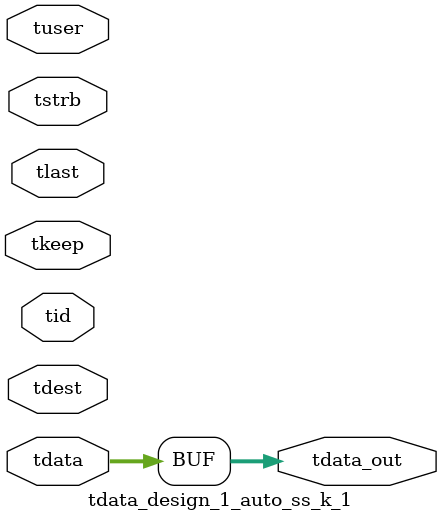
<source format=v>


`timescale 1ps/1ps

module tdata_design_1_auto_ss_k_1 #
(
parameter C_S_AXIS_TDATA_WIDTH = 32,
parameter C_S_AXIS_TUSER_WIDTH = 0,
parameter C_S_AXIS_TID_WIDTH   = 0,
parameter C_S_AXIS_TDEST_WIDTH = 0,
parameter C_M_AXIS_TDATA_WIDTH = 32
)
(
input  [(C_S_AXIS_TDATA_WIDTH == 0 ? 1 : C_S_AXIS_TDATA_WIDTH)-1:0     ] tdata,
input  [(C_S_AXIS_TUSER_WIDTH == 0 ? 1 : C_S_AXIS_TUSER_WIDTH)-1:0     ] tuser,
input  [(C_S_AXIS_TID_WIDTH   == 0 ? 1 : C_S_AXIS_TID_WIDTH)-1:0       ] tid,
input  [(C_S_AXIS_TDEST_WIDTH == 0 ? 1 : C_S_AXIS_TDEST_WIDTH)-1:0     ] tdest,
input  [(C_S_AXIS_TDATA_WIDTH/8)-1:0 ] tkeep,
input  [(C_S_AXIS_TDATA_WIDTH/8)-1:0 ] tstrb,
input                                                                    tlast,
output [C_M_AXIS_TDATA_WIDTH-1:0] tdata_out
);

assign tdata_out = {tdata[31:0]};

endmodule


</source>
